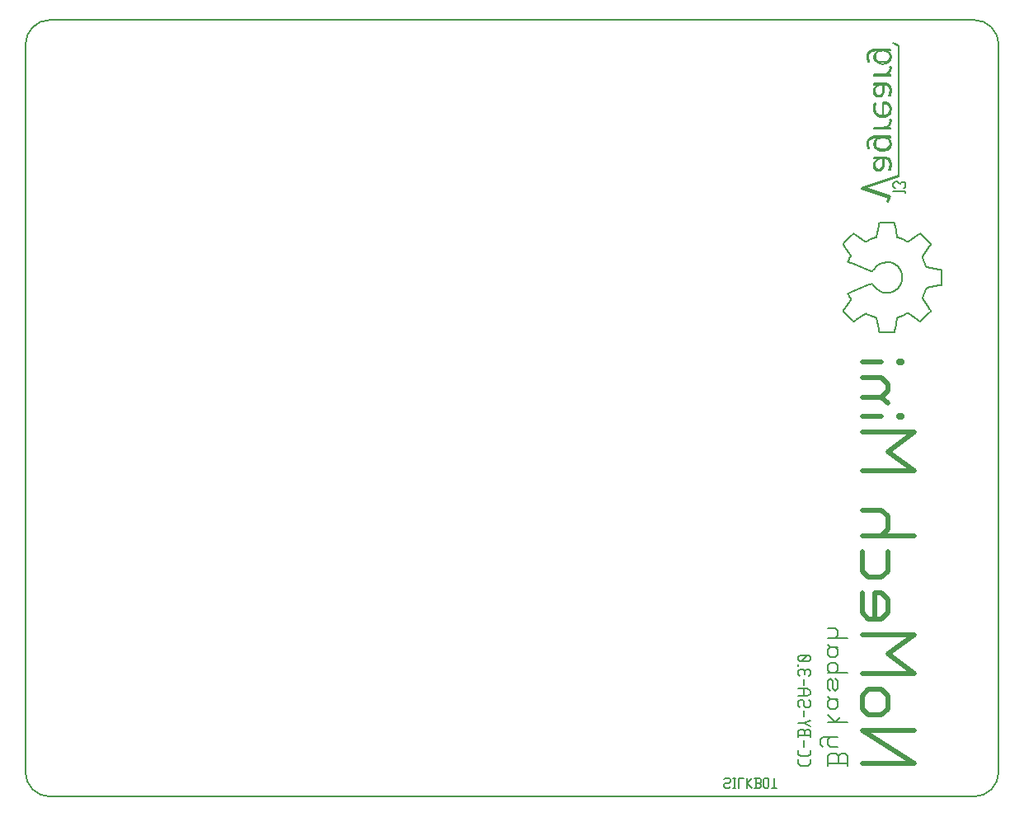
<source format=gbo>
G04 start of page 9 for group -4078 idx -4078 *
G04 Title: Nomech, bottomsilk *
G04 Creator: pcb 20110918 *
G04 CreationDate: Sun 08 Sep 2013 10:57:53 PM GMT UTC *
G04 For: bertho *
G04 Format: Gerber/RS-274X *
G04 PCB-Dimensions: 430000 350000 *
G04 PCB-Coordinate-Origin: lower left *
%MOIN*%
%FSLAX25Y25*%
%LNBOTTOMSILK*%
%ADD184C,0.0070*%
%ADD183C,0.0262*%
%ADD182C,0.0210*%
%ADD181C,0.0080*%
G54D181*X20000Y340000D02*X393500D01*
X403500Y330000D02*Y36000D01*
X393500Y26000D02*X20000D01*
X10000Y36000D02*Y330000D01*
Y36000D02*G75*G03X20000Y26000I10000J0D01*G01*
X393500D02*G75*G03X403500Y36000I0J10000D01*G01*
Y330000D02*G75*G03X393500Y340000I-10000J0D01*G01*
X20000D02*G75*G03X10000Y330000I0J-10000D01*G01*
G54D182*X348250Y39500D02*X369250D01*
X348250Y52625D01*
X369250D01*
X350875Y58925D02*X356125D01*
X358750Y61550D01*
Y66800D01*
X356125Y69425D01*
X350875D02*X356125D01*
X348250Y66800D02*X350875Y69425D01*
X348250Y61550D02*Y66800D01*
X350875Y58925D02*X348250Y61550D01*
Y75725D02*X369250D01*
X358750Y83600D01*
X369250Y91475D01*
X348250D02*X369250D01*
X348250Y100400D02*Y108275D01*
X350875Y97775D02*X348250Y100400D01*
X350875Y97775D02*X356125D01*
X358750Y100400D01*
Y105650D01*
X356125Y108275D01*
X353500Y97775D02*Y108275D01*
X356125D01*
X358750Y117200D02*Y125075D01*
X356125Y114575D02*X358750Y117200D01*
X350875Y114575D02*X356125D01*
X350875D02*X348250Y117200D01*
Y125075D01*
Y131375D02*X369250D01*
X356125D02*X358750Y134000D01*
Y139250D01*
X356125Y141875D01*
X348250D02*X356125D01*
X348250Y157625D02*X369250D01*
X358750Y165500D01*
X369250Y173375D01*
X348250D02*X369250D01*
G54D183*X363475Y179675D02*X364000D01*
G54D182*X348250D02*X356125D01*
X348250Y187550D02*X356125D01*
X358750Y190175D01*
Y192800D01*
X356125Y195425D01*
X348250D02*X356125D01*
X358750Y184925D02*X356125Y187550D01*
G54D183*X363475Y201725D02*X364000D01*
G54D182*X348250D02*X356125D01*
G54D181*X334500Y38500D02*Y42500D01*
X335500Y43500D01*
X337900D01*
X338900Y42500D02*X337900Y43500D01*
X338900Y39500D02*Y42500D01*
X334500Y39500D02*X342500D01*
Y38500D02*Y42500D01*
X341500Y43500D01*
X339900D02*X341500D01*
X338900Y42500D02*X339900Y43500D01*
X335500Y45900D02*X338500D01*
X335500D02*X334500Y46900D01*
X332500Y49900D02*X338500D01*
X331500Y48900D02*X332500Y49900D01*
X331500Y46900D02*Y48900D01*
X332500Y45900D02*X331500Y46900D01*
X334500D02*Y48900D01*
X335500Y49900D01*
X334500Y55900D02*X342500D01*
X337500D02*X334500Y58900D01*
X337500Y55900D02*X339500Y57900D01*
X338500Y64300D02*X337500Y65300D01*
X338500Y62300D02*Y64300D01*
X337500Y61300D02*X338500Y62300D01*
X335500Y61300D02*X337500D01*
X335500D02*X334500Y62300D01*
X335500Y65300D02*X338500D01*
X335500D02*X334500Y66300D01*
Y62300D02*Y64300D01*
X335500Y65300D01*
X334500Y69700D02*Y72700D01*
X335500Y73700D01*
X336500Y72700D02*X335500Y73700D01*
X336500Y69700D02*Y72700D01*
X337500Y68700D02*X336500Y69700D01*
X337500Y68700D02*X338500Y69700D01*
Y72700D01*
X337500Y73700D01*
X335500Y68700D02*X334500Y69700D01*
Y76100D02*X342500D01*
X335500D02*X334500Y77100D01*
Y79100D01*
X335500Y80100D01*
X337500D01*
X338500Y79100D02*X337500Y80100D01*
X338500Y77100D02*Y79100D01*
X337500Y76100D02*X338500Y77100D01*
Y85500D02*X337500Y86500D01*
X338500Y83500D02*Y85500D01*
X337500Y82500D02*X338500Y83500D01*
X335500Y82500D02*X337500D01*
X335500D02*X334500Y83500D01*
X335500Y86500D02*X338500D01*
X335500D02*X334500Y87500D01*
Y83500D02*Y85500D01*
X335500Y86500D01*
X334500Y89900D02*X342500D01*
X337500D02*X338500Y90900D01*
Y92900D01*
X337500Y93900D01*
X334500D02*X337500D01*
G54D184*X322500Y39340D02*Y40900D01*
X323340Y38500D02*X322500Y39340D01*
X323340Y38500D02*X326460D01*
X327300Y39340D01*
Y40900D01*
X322500Y43180D02*Y44740D01*
X323340Y42340D02*X322500Y43180D01*
X323340Y42340D02*X326460D01*
X327300Y43180D01*
Y44740D01*
X324900Y46180D02*Y48580D01*
X322500Y50020D02*Y52420D01*
X323100Y53020D01*
X324540D01*
X325140Y52420D02*X324540Y53020D01*
X325140Y50620D02*Y52420D01*
X322500Y50620D02*X327300D01*
Y50020D02*Y52420D01*
X326700Y53020D01*
X325740D02*X326700D01*
X325140Y52420D02*X325740Y53020D01*
X327300Y54460D02*X324900Y55660D01*
X327300Y56860D01*
X322500Y55660D02*X324900D01*
Y58300D02*Y60700D01*
X327300Y64540D02*X326700Y65140D01*
X327300Y62740D02*Y64540D01*
X326700Y62140D02*X327300Y62740D01*
X325500Y62140D02*X326700D01*
X325500D02*X324900Y62740D01*
Y64540D01*
X324300Y65140D01*
X323100D02*X324300D01*
X322500Y64540D02*X323100Y65140D01*
X322500Y62740D02*Y64540D01*
X323100Y62140D02*X322500Y62740D01*
Y66580D02*X326100D01*
X327300Y67420D01*
Y68740D01*
X326100Y69580D01*
X322500D02*X326100D01*
X324900Y66580D02*Y69580D01*
Y71020D02*Y73420D01*
X326700Y74860D02*X327300Y75460D01*
Y76660D01*
X326700Y77260D01*
X322500Y76660D02*X323100Y77260D01*
X322500Y75460D02*Y76660D01*
X323100Y74860D02*X322500Y75460D01*
X325140D02*Y76660D01*
X325740Y77260D02*X326700D01*
X323100D02*X324540D01*
X325140Y76660D01*
X325740Y77260D02*X325140Y76660D01*
X322500Y78700D02*Y79300D01*
X323100Y80740D02*X322500Y81340D01*
X323100Y80740D02*X326700D01*
X327300Y81340D01*
Y82540D01*
X326700Y83140D01*
X323100D02*X326700D01*
X322500Y82540D02*X323100Y83140D01*
X322500Y81340D02*Y82540D01*
X323700Y80740D02*X326100Y83140D01*
X294500Y29500D02*X295000Y30000D01*
X293000Y29500D02*X294500D01*
X292500Y30000D02*X293000Y29500D01*
X292500Y30000D02*Y31000D01*
X293000Y31500D01*
X294500D01*
X295000Y32000D01*
Y33000D01*
X294500Y33500D02*X295000Y33000D01*
X293000Y33500D02*X294500D01*
X292500Y33000D02*X293000Y33500D01*
X296200Y29500D02*X297200D01*
X296700D02*Y33500D01*
X296200D02*X297200D01*
X298400Y29500D02*Y33500D01*
X300400D01*
X301600Y29500D02*Y33500D01*
Y31500D02*X303600Y29500D01*
X301600Y31500D02*X303600Y33500D01*
X304800D02*X306800D01*
X307300Y33000D01*
Y31800D02*Y33000D01*
X306800Y31300D02*X307300Y31800D01*
X305300Y31300D02*X306800D01*
X305300Y29500D02*Y33500D01*
X304800Y29500D02*X306800D01*
X307300Y30000D01*
Y30800D01*
X306800Y31300D02*X307300Y30800D01*
X308500Y30000D02*Y33000D01*
Y30000D02*X309000Y29500D01*
X310000D01*
X310500Y30000D01*
Y33000D01*
X310000Y33500D02*X310500Y33000D01*
X309000Y33500D02*X310000D01*
X308500Y33000D02*X309000Y33500D01*
X311700Y29500D02*X313700D01*
X312700D02*Y33500D01*
X358600Y266600D02*X359700Y268800D01*
X349700Y272000D01*
X348000Y271700D02*X363200Y276800D01*
Y329700D02*Y276800D01*
Y329700D02*X360800Y330800D01*
X360700Y330600D01*
X363000Y329500D01*
Y276900D01*
X348000Y272000D01*
Y271700D01*
X359200Y268000D01*
X358400Y266600D01*
X358600Y266500D01*
X359700Y268800D01*
X359500Y268400D02*X349000Y271900D01*
X365700Y270700D02*Y270000D01*
X360800Y270700D02*X365700D01*
X365200Y272100D02*X365400Y272200D01*
X365600Y272400D01*
X365800Y272700D01*
X365900Y273000D01*
Y273700D02*Y273000D01*
Y273700D02*X365800Y273900D01*
X365600Y274200D01*
X365400Y274400D01*
X365000Y274500D01*
X364500D02*X365000D01*
X364500D02*X364200Y274400D01*
X363600Y273800D01*
Y273600D01*
X363200Y274200D01*
X362900Y274500D01*
X362600Y274600D01*
X361800D02*X362600D01*
X361800D02*X361500Y274500D01*
X361200Y274300D01*
X361000Y274100D01*
X360800Y273800D01*
Y272900D01*
X360900Y272600D01*
X361300Y272200D01*
X361600Y272000D01*
X359200Y279500D02*X359600D01*
X359800Y280000D01*
X360000Y281200D01*
Y282100D02*Y281200D01*
Y282100D02*X359900Y282700D01*
X359700Y283200D01*
X359400Y283600D01*
X359000Y284000D01*
X358600Y284200D01*
X358000Y284400D01*
X357300Y284500D01*
X353200D02*X357300D01*
X353200D02*Y283900D01*
X357800D01*
X358300Y283800D01*
X358700Y283600D01*
X359100Y283200D01*
X359300Y282900D01*
X359500Y282500D01*
X359600Y282000D01*
Y281400D01*
X359500Y280600D01*
X359400Y280200D01*
X359200Y279500D01*
X357200Y283700D02*Y281500D01*
X357100Y280700D01*
X356900Y280200D01*
X356800Y280000D01*
X356500Y279600D01*
X356200Y279300D01*
X355800Y279100D01*
X355300Y279000D01*
X354500D02*X355300D01*
X354500D02*X354000Y279200D01*
X353700Y279400D01*
X353400Y279700D01*
X353200Y280100D01*
X353000Y280900D01*
Y281500D02*Y280900D01*
Y281500D02*X353100Y282000D01*
X353300Y282400D01*
X353600Y282800D01*
X354300Y283500D01*
X354600Y283700D01*
X356900Y283800D02*Y281800D01*
X356800Y281400D01*
X356700Y280800D01*
X356500Y280300D01*
X356200Y279900D01*
X355700Y279600D01*
X355200Y279500D01*
X354800D02*X355200D01*
X354800D02*X354400Y279600D01*
X354100Y279800D01*
X353800Y280100D01*
X353600Y280400D01*
X353500Y280700D01*
X353400Y281100D01*
Y281600D02*Y281100D01*
Y281900D02*Y281100D01*
Y281900D02*X353500Y282300D01*
X353700Y282700D01*
X354000Y283100D01*
X354400Y283400D01*
X354800Y283600D01*
X355200Y283700D01*
X355700Y283900D01*
X359200Y309400D02*X359600D01*
X359800Y309900D01*
X360000Y311100D01*
Y312000D02*Y311100D01*
Y312000D02*X359900Y312600D01*
X359700Y313100D01*
X359400Y313500D01*
X359000Y313900D01*
X358600Y314100D01*
X358000Y314300D01*
X357300Y314400D01*
X353200D02*X357300D01*
X353200D02*Y313800D01*
X357800D01*
X358300Y313700D01*
X358700Y313500D01*
X359100Y313100D01*
X359300Y312800D01*
X359500Y312400D01*
X359600Y311900D01*
Y311300D01*
X359500Y310500D01*
X359400Y310100D01*
X359200Y309400D01*
X357200Y313600D02*Y311400D01*
X357100Y310600D01*
X356900Y310100D01*
X356800Y309900D01*
X356500Y309500D01*
X356200Y309200D01*
X355800Y309000D01*
X355300Y308900D01*
X354500D02*X355300D01*
X354500D02*X354000Y309100D01*
X353700Y309300D01*
X353400Y309600D01*
X353200Y310000D01*
X353000Y310800D01*
Y311400D02*Y310800D01*
Y311400D02*X353100Y311900D01*
X353300Y312300D01*
X353600Y312700D01*
X354300Y313400D01*
X354600Y313600D01*
X356900Y313700D02*Y311700D01*
X356800Y311300D01*
X356700Y310700D01*
X356500Y310200D01*
X356200Y309800D01*
X355700Y309500D01*
X355200Y309400D01*
X354800D02*X355200D01*
X354800D02*X354400Y309500D01*
X354100Y309700D01*
X353800Y310000D01*
X353600Y310300D01*
X353500Y310600D01*
X353400Y311000D01*
Y311500D02*Y311000D01*
Y311800D02*Y311000D01*
Y311800D02*X353500Y312200D01*
X353700Y312600D01*
X354000Y313000D01*
X354400Y313300D01*
X354800Y313500D01*
X355200Y313600D01*
X355700Y313800D01*
X352900Y292900D02*X359900D01*
X352900D02*X352500Y292800D01*
X352000Y292600D01*
X351600Y292400D01*
X351300Y292200D01*
X351000Y291900D01*
X350700Y291400D01*
X350500Y290700D01*
X350400Y290200D01*
Y289700D01*
X350500Y288900D01*
X350600Y288400D01*
X350700Y288000D01*
X351200D01*
X351000Y288400D01*
X350900Y289000D01*
X350800Y289400D01*
Y290000D02*Y289400D01*
Y290000D02*X350900Y290700D01*
X351200Y291300D01*
X351600Y291800D01*
X351900Y292000D01*
X352400Y292200D01*
X352800Y292300D01*
X353200D01*
X353500Y292400D01*
X359900D01*
Y292900D02*Y292400D01*
X356100Y292300D02*X355200Y292200D01*
X354500Y291900D01*
X354100Y291500D01*
X353800Y291100D01*
X353600Y290500D01*
Y289600D01*
X353700Y289100D01*
X354100Y288500D01*
X354500Y288200D01*
X355000Y287900D01*
X355500Y287800D01*
X355900Y287700D01*
X357200D01*
X357900Y287800D01*
X358400Y288000D01*
X358900Y288300D01*
X359200Y288600D01*
X359400Y288900D01*
X359500Y289200D01*
X359600Y289600D01*
Y290400D02*Y289600D01*
Y290400D02*X359500Y290800D01*
X359300Y291300D01*
X358700Y291900D01*
X358400Y292000D01*
X358000Y292200D01*
X357600Y292300D01*
X357300D02*X357600D01*
X357300D02*X356900Y292400D01*
X358700Y292000D02*X359600Y291100D01*
X359800Y290800D01*
X360000Y290000D01*
Y289400D01*
X359900Y289000D01*
X359700Y288500D01*
X359400Y288100D01*
X358600Y287500D01*
X358200Y287300D01*
X357500Y287100D01*
X356800Y287000D01*
X356400D02*X356800D01*
X356400D02*X355800Y287100D01*
X355300Y287200D01*
X354700Y287400D01*
X354300Y287700D01*
X353800Y288100D01*
X353500Y288500D01*
X353300Y288900D01*
X353200Y289300D01*
Y290200D02*Y289300D01*
Y290200D02*X353300Y290600D01*
X353500Y291000D01*
X353800Y291400D01*
X354500Y291900D01*
X352900Y328100D02*X359900D01*
X352900D02*X352500Y328000D01*
X352000Y327800D01*
X351600Y327600D01*
X351300Y327400D01*
X351000Y327100D01*
X350700Y326600D01*
X350500Y325900D01*
X350400Y325400D01*
Y324900D01*
X350500Y324100D01*
X350600Y323600D01*
X350700Y323200D01*
X351200D01*
X351000Y323600D01*
X350900Y324200D01*
X350800Y324600D01*
Y325200D02*Y324600D01*
Y325200D02*X350900Y325900D01*
X351200Y326500D01*
X351600Y327000D01*
X351900Y327200D01*
X352400Y327400D01*
X352800Y327500D01*
X353200D01*
X353500Y327600D01*
X359900D01*
Y328100D02*Y327600D01*
X356100Y327500D02*X355200Y327400D01*
X354500Y327100D01*
X354100Y326700D01*
X353800Y326300D01*
X353600Y325700D01*
Y324800D01*
X353700Y324300D01*
X354100Y323700D01*
X354500Y323400D01*
X355000Y323100D01*
X355500Y323000D01*
X355900Y322900D01*
X357200D01*
X357900Y323000D01*
X358400Y323200D01*
X358900Y323500D01*
X359200Y323800D01*
X359400Y324100D01*
X359500Y324400D01*
X359600Y324800D01*
Y325600D02*Y324800D01*
Y325600D02*X359500Y326000D01*
X359300Y326500D01*
X358700Y327100D01*
X358400Y327200D01*
X358000Y327400D01*
X357600Y327500D01*
X357300D02*X357600D01*
X357300D02*X356900Y327600D01*
X358700Y327200D02*X359600Y326300D01*
X359800Y326000D01*
X360000Y325200D01*
Y324600D01*
X359900Y324200D01*
X359700Y323700D01*
X359400Y323300D01*
X358600Y322700D01*
X358200Y322500D01*
X357500Y322300D01*
X356800Y322200D01*
X356400D02*X356800D01*
X356400D02*X355800Y322300D01*
X355300Y322400D01*
X354700Y322600D01*
X354300Y322900D01*
X353800Y323300D01*
X353500Y323700D01*
X353300Y324100D01*
X353200Y324500D01*
Y325400D02*Y324500D01*
Y325400D02*X353300Y325800D01*
X353500Y326200D01*
X353800Y326600D01*
X354500Y327100D01*
X353200Y296000D02*X359800D01*
X353200Y296500D02*Y296000D01*
Y296500D02*X359800D01*
Y296000D01*
X359400Y299600D02*X360000D01*
X359400D02*X359600Y299200D01*
Y298600D01*
X359500Y298300D01*
X359400Y297900D01*
X359100Y297500D01*
X358900Y297200D01*
X358600Y297000D01*
X358200Y296800D01*
X357600Y296600D01*
X356800Y296500D01*
X360000Y299600D02*Y299000D01*
X359900Y298400D01*
X359700Y298000D01*
X359300Y297500D01*
X358600Y296900D01*
X353200Y317500D02*X359800D01*
X353200Y318000D02*Y317500D01*
Y318000D02*X359800D01*
Y317500D01*
X359400Y321100D02*X360000D01*
X359400D02*X359600Y320700D01*
Y320100D01*
X359500Y319800D01*
X359400Y319400D01*
X359100Y319000D01*
X358900Y318700D01*
X358600Y318500D01*
X358200Y318300D01*
X357600Y318100D01*
X356800Y318000D01*
X360000Y321100D02*Y320500D01*
X359900Y319900D01*
X359700Y319500D01*
X359300Y319000D01*
X358600Y318400D01*
X356800Y306200D02*Y300700D01*
Y306200D02*X357800D01*
X358300Y306000D01*
X358700Y305800D01*
X359400Y305100D01*
X359500Y304800D01*
X359600Y304400D01*
Y303400D01*
X359500Y303000D01*
X359100Y302200D01*
X358900Y302000D01*
X358500Y301700D01*
X358100Y301500D01*
X357800Y301400D01*
X356800D02*Y300700D01*
Y301400D02*X357800D01*
X357500Y306700D02*X357700D01*
X358100Y306600D01*
X358600Y306400D01*
X359100Y306100D01*
X359500Y305700D01*
X359900Y304900D01*
X360000Y304500D01*
Y303600D01*
X359900Y302900D01*
X359600Y302200D01*
X359300Y301800D01*
X358800Y301400D01*
X358400Y301100D01*
X358000Y300900D01*
X357600Y300800D01*
X357100Y300700D01*
X356100D02*X357100D01*
X356100D02*X355300Y300800D01*
X354600Y301100D01*
X354300Y301300D01*
X353600Y302000D01*
X353400Y302400D01*
X353200Y302900D01*
X353100Y303300D01*
X353000Y303800D01*
Y304500D02*Y303800D01*
Y304500D02*X353100Y305300D01*
X353400Y306500D01*
X353900D01*
X353600Y305800D01*
X353500Y305200D01*
X353400Y304400D01*
Y303600D01*
X353600Y302900D01*
X353900Y302400D01*
X354300Y301900D01*
X354700Y301700D01*
X355200Y301500D01*
X355800Y301300D01*
X356600D01*
Y306700D02*Y301300D01*
Y306700D02*X357600D01*
X341387Y250262D02*X342466Y251347D01*
X342807Y251694D01*
X344239Y253126D01*
X344620Y253501D01*
X344800Y253583D01*
X344994Y253538D01*
X345632Y253100D01*
X345835Y252963D01*
X349382Y250522D01*
X349591Y250455D01*
X349806Y250490D01*
X349903Y250527D01*
X349925Y250544D01*
X351792Y251433D01*
X353778Y252090D01*
X353799Y252095D01*
X353941Y252150D01*
X354117Y252272D01*
X354217Y252459D01*
X355020Y256762D01*
X355069Y257002D01*
X355205Y257770D01*
X355310Y257936D01*
X355498Y258004D01*
X361096D01*
X361281Y257936D01*
X361384Y257770D01*
X361525Y257002D01*
X361574Y256762D01*
X362394Y252334D01*
X362492Y252137D01*
X362670Y252009D01*
X362860Y251922D01*
X364655Y251272D01*
X366348Y250430D01*
X374373Y240100D02*X374567Y239997D01*
X379434Y239095D01*
X380194Y238950D01*
X380362Y238848D01*
X380432Y238662D01*
Y233069D01*
X366348Y250430D02*X366560Y250338D01*
X366771Y250304D01*
X366977Y250370D01*
X370753Y252952D01*
X371160Y253236D01*
X371595Y253538D01*
X371789Y253583D01*
X371974Y253501D01*
X372344Y253126D01*
X372696Y252779D01*
X373775Y251694D01*
X374128Y251347D01*
X375213Y250262D01*
X380432Y233069D02*X380362Y232883D01*
X380194Y232781D01*
X379678Y232684D01*
X379434Y232636D01*
X374567Y231734D01*
X374373Y231631D01*
X374248Y231452D01*
X374155Y231225D01*
X373562Y229513D01*
X372794Y227893D01*
X372782Y227877D01*
X372706Y227687D01*
X372671Y227469D01*
X372739Y227263D01*
X375387Y223401D01*
X375525Y223202D01*
X375962Y222561D01*
X376010Y222369D01*
X375930Y222191D01*
X375549Y221816D01*
X375213Y221469D01*
X345835Y218773D02*X345632Y218632D01*
X345434Y218497D01*
X344994Y218192D01*
X344800Y218148D01*
X344620Y218230D01*
X344239Y218605D01*
X342807Y220037D01*
X342466Y220384D01*
X341387Y221469D01*
X341034Y221816D01*
X340664Y222191D01*
X340581Y222369D01*
X340627Y222561D01*
X340931Y223000D01*
X341066Y223202D01*
X343584Y226873D01*
X343644Y227081D01*
X343599Y227291D01*
X343198Y228012D01*
X343082Y228227D01*
X342970Y228447D01*
X342580Y229195D01*
X342567Y229376D01*
X342694Y229505D01*
X343475Y229825D01*
X343700Y229918D01*
X343925Y230015D01*
X351212Y233026D01*
X351431Y233118D01*
X351656Y233211D01*
X352171Y233427D01*
X352371Y233431D01*
X352530Y233313D01*
X352817Y232836D01*
X352924Y232684D01*
X353050Y232531D01*
X354021Y231361D01*
X355246Y230461D01*
X356675Y229883D01*
X358259Y229679D01*
X359506Y229805D01*
X360669Y230165D01*
X361721Y230736D01*
X362639Y231493D01*
X363396Y232408D01*
X375213Y221469D02*X374128Y220384D01*
X373775Y220037D01*
X372696Y218952D01*
X372344Y218605D01*
X371974Y218230D01*
X371789Y218148D01*
X371595Y218192D01*
X371160Y218497D01*
X370956Y218637D01*
X370753Y218779D01*
X366977Y221361D01*
X366771Y221430D01*
X366560Y221394D01*
X366348Y221301D01*
X364655Y220459D01*
X362860Y219809D01*
X362670Y219727D01*
X362492Y219595D01*
X362394Y219402D01*
X361574Y214970D01*
X361525Y214730D01*
X361481Y214487D01*
X361384Y213966D01*
X361281Y213796D01*
X361096Y213727D01*
X355498D02*X361096D01*
X355498D02*X355310Y213796D01*
X355205Y213966D01*
X355069Y214730D01*
X355020Y214970D01*
X354217Y219272D01*
X354117Y219461D01*
X353941Y219582D01*
X353794Y219641D01*
X351809Y220301D01*
X363396Y232408D02*X363967Y233459D01*
X364330Y234622D01*
X364455Y235869D01*
X364330Y237116D01*
X363967Y238277D01*
X363396Y239327D01*
X362639Y240243D01*
X351809Y220301D02*X349942Y221187D01*
X349806Y221241D01*
X349591Y221279D01*
X349382Y221209D01*
X345835Y218773D01*
X375213Y250262D02*X375549Y249915D01*
X375930Y249540D01*
X376010Y249362D01*
X375962Y249172D01*
X375663Y248731D01*
X375525Y248529D01*
X375387Y248330D01*
X372739Y244473D01*
X372671Y244262D01*
X372706Y244044D01*
X372782Y243855D01*
X372794Y243844D01*
X373562Y242218D01*
X374155Y240506D01*
X374248Y240279D01*
X374373Y240100D01*
X362639Y240243D02*X361721Y240998D01*
X360669Y241568D01*
X359506Y241929D01*
X358259Y242054D01*
X356675Y241850D01*
X355246Y241272D01*
X354021Y240370D01*
X352924Y239048D01*
X352817Y238895D01*
X352530Y238419D01*
X352371Y238301D01*
X352171Y238309D01*
X351656Y238522D01*
X351431Y238613D01*
X351212Y238711D01*
X343925Y241718D01*
X343700Y241813D01*
X342694Y242227D01*
X342567Y242355D01*
X342580Y242536D01*
X342970Y243290D01*
X343082Y243504D01*
X343198Y243719D01*
X343599Y244440D01*
X343644Y244650D01*
X343584Y244858D01*
X341066Y248529D01*
X340931Y248731D01*
X340627Y249172D01*
X340581Y249362D01*
X340664Y249540D01*
X341034Y249915D01*
X341387Y250262D01*
M02*

</source>
